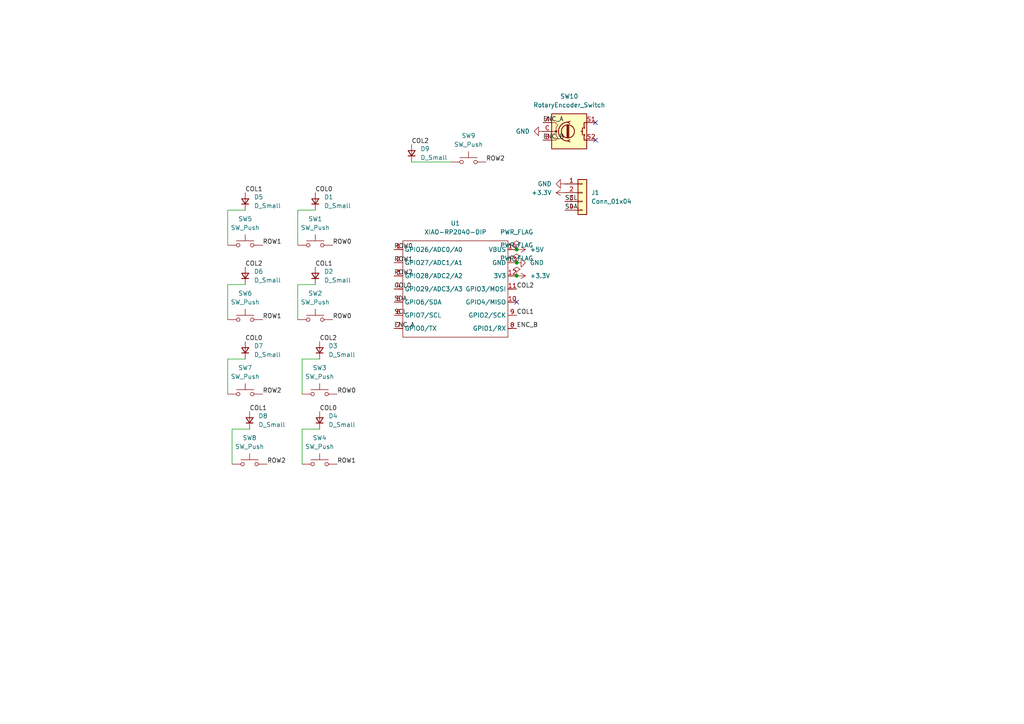
<source format=kicad_sch>
(kicad_sch (version 20250114) (generator "eeschema") (generator_version "9.0")
  (paper "A4")
  (lib_symbols
    (symbol "Connector_Generic:Conn_01x04" (pin_names (offset 1.016) (hide yes))
      (property "Reference" "J" (at 0 5.08 0))
      (property "Value" "Conn_01x04" (at 0 -7.62 0))
      (symbol "Conn_01x04_1_1"
        (rectangle (start -1.27 3.81) (end 1.27 -6.35) (stroke (width 0.254)) (fill (type background)))
        (rectangle (start -1.27 2.667) (end 0 2.413) (stroke (width 0.1524)))
        (rectangle (start -1.27 0.127) (end 0 -0.127) (stroke (width 0.1524)))
        (rectangle (start -1.27 -2.413) (end 0 -2.667) (stroke (width 0.1524)))
        (rectangle (start -1.27 -4.953) (end 0 -5.207) (stroke (width 0.1524)))
        (pin passive line (at -5.08 2.54 0) (length 3.81) (name "Pin_1") (number "1"))
        (pin passive line (at -5.08 0 0) (length 3.81) (name "Pin_2") (number "2"))
        (pin passive line (at -5.08 -2.54 0) (length 3.81) (name "Pin_3") (number "3"))
        (pin passive line (at -5.08 -5.08 0) (length 3.81) (name "Pin_4") (number "4"))
      )
    )
    (symbol "Device:D_Small" (pin_numbers (hide yes)) (pin_names (offset 0.254) (hide yes))
      (property "Reference" "D" (at -1.27 2.032 0))
      (property "Value" "D_Small" (at -3.81 -2.032 0))
      (symbol "D_Small_0_1"
        (polyline (pts (xy -0.762 0) (xy 0.762 0)))
        (polyline (pts (xy -0.762 -1.016) (xy -0.762 1.016)) (stroke (width 0.254)))
        (polyline (pts (xy 0.762 -1.016) (xy -0.762 0) (xy 0.762 1.016) (xy 0.762 -1.016)) (stroke (width 0.254)))
      )
      (symbol "D_Small_1_1"
        (pin passive line (at -2.54 0 0) (length 1.778) (name "K") (number "1"))
        (pin passive line (at 2.54 0 180) (length 1.778) (name "A") (number "2"))
      )
    )
    (symbol "Device:RotaryEncoder_Switch" (pin_names (offset 0.254) (hide yes))
      (property "Reference" "SW" (at 0 6.604 0))
      (property "Value" "RotaryEncoder_Switch" (at 0 -6.604 0))
      (symbol "RotaryEncoder_Switch_0_1"
        (rectangle (start -5.08 5.08) (end 5.08 -5.08) (stroke (width 0.254)) (fill (type background)))
        (polyline (pts (xy -5.08 2.54) (xy -3.81 2.54) (xy -3.81 2.032)))
        (polyline (pts (xy -5.08 0) (xy -3.81 0) (xy -3.81 -1.016) (xy -3.302 -2.032)))
        (polyline (pts (xy -5.08 -2.54) (xy -3.81 -2.54) (xy -3.81 -2.032)))
        (polyline (pts (xy -4.318 0) (xy -3.81 0) (xy -3.81 1.016) (xy -3.302 2.032)))
        (circle (center -3.81 0) (radius 0.254) (fill (type outline)))
        (polyline (pts (xy -0.635 -1.778) (xy -0.635 1.778)) (stroke (width 0.254)))
        (circle (center -0.381 0) (radius 1.905) (stroke (width 0.254)))
        (polyline (pts (xy -0.381 -1.778) (xy -0.381 1.778)) (stroke (width 0.254)))
        (arc (start -0.381 -2.794) (mid -3.0988 -0.0635) (end -0.381 2.667) (stroke (width 0.254)))
        (polyline (pts (xy -0.127 1.778) (xy -0.127 -1.778)) (stroke (width 0.254)))
        (polyline (pts (xy 0.254 2.921) (xy -0.508 2.667) (xy 0.127 2.286)) (stroke (width 0.254)))
        (polyline (pts (xy 0.254 -3.048) (xy -0.508 -2.794) (xy 0.127 -2.413)) (stroke (width 0.254)))
        (polyline (pts (xy 3.81 1.016) (xy 3.81 -1.016)) (stroke (width 0.254)))
        (polyline (pts (xy 3.81 0) (xy 3.429 0)) (stroke (width 0.254)))
        (circle (center 4.318 1.016) (radius 0.127) (stroke (width 0.254)))
        (circle (center 4.318 -1.016) (radius 0.127) (stroke (width 0.254)))
        (polyline (pts (xy 5.08 2.54) (xy 4.318 2.54) (xy 4.318 1.016)) (stroke (width 0.254)))
        (polyline (pts (xy 5.08 -2.54) (xy 4.318 -2.54) (xy 4.318 -1.016)) (stroke (width 0.254)))
      )
      (symbol "RotaryEncoder_Switch_1_1"
        (pin passive line (at -7.62 2.54 0) (length 2.54) (name "A") (number "A"))
        (pin passive line (at -7.62 0 0) (length 2.54) (name "C") (number "C"))
        (pin passive line (at -7.62 -2.54 0) (length 2.54) (name "B") (number "B"))
        (pin passive line (at 7.62 2.54 180) (length 2.54) (name "S1") (number "S1"))
        (pin passive line (at 7.62 -2.54 180) (length 2.54) (name "S2") (number "S2"))
      )
    )
    (symbol "Seeed_Studio_XIAO_Series:XIAO-RP2040-DIP"
      (property "Reference" "U" (at 0 0 0))
      (property "Value" "XIAO-RP2040-DIP" (at 5.334 -1.778 0))
      (symbol "XIAO-RP2040-DIP_1_0"
        (polyline (pts (xy -1.27 -2.54) (xy 29.21 -2.54)) (stroke (width 0.1524)))
        (polyline (pts (xy -1.27 -5.08) (xy -2.54 -5.08)) (stroke (width 0.1524)))
        (polyline (pts (xy -1.27 -5.08) (xy -1.27 -2.54)) (stroke (width 0.1524)))
        (polyline (pts (xy -1.27 -8.89) (xy -2.54 -8.89)) (stroke (width 0.1524)))
        (polyline (pts (xy -1.27 -8.89) (xy -1.27 -5.08)) (stroke (width 0.1524)))
        (polyline (pts (xy -1.27 -12.7) (xy -2.54 -12.7)) (stroke (width 0.1524)))
        (polyline (pts (xy -1.27 -12.7) (xy -1.27 -8.89)) (stroke (width 0.1524)))
        (polyline (pts (xy -1.27 -16.51) (xy -2.54 -16.51)) (stroke (width 0.1524)))
        (polyline (pts (xy -1.27 -16.51) (xy -1.27 -12.7)) (stroke (width 0.1524)))
        (polyline (pts (xy -1.27 -20.32) (xy -2.54 -20.32)) (stroke (width 0.1524)))
        (polyline (pts (xy -1.27 -24.13) (xy -2.54 -24.13)) (stroke (width 0.1524)))
        (polyline (pts (xy -1.27 -27.94) (xy -2.54 -27.94)) (stroke (width 0.1524)))
        (polyline (pts (xy -1.27 -30.48) (xy -1.27 -16.51)) (stroke (width 0.1524)))
        (polyline (pts (xy 29.21 -2.54) (xy 29.21 -5.08)) (stroke (width 0.1524)))
        (polyline (pts (xy 29.21 -5.08) (xy 29.21 -8.89)) (stroke (width 0.1524)))
        (polyline (pts (xy 29.21 -8.89) (xy 29.21 -12.7)) (stroke (width 0.1524)))
        (polyline (pts (xy 29.21 -12.7) (xy 29.21 -30.48)) (stroke (width 0.1524)))
        (polyline (pts (xy 29.21 -30.48) (xy -1.27 -30.48)) (stroke (width 0.1524)))
        (polyline (pts (xy 30.48 -5.08) (xy 29.21 -5.08)) (stroke (width 0.1524)))
        (polyline (pts (xy 30.48 -8.89) (xy 29.21 -8.89)) (stroke (width 0.1524)))
        (polyline (pts (xy 30.48 -12.7) (xy 29.21 -12.7)) (stroke (width 0.1524)))
        (polyline (pts (xy 30.48 -16.51) (xy 29.21 -16.51)) (stroke (width 0.1524)))
        (polyline (pts (xy 30.48 -20.32) (xy 29.21 -20.32)) (stroke (width 0.1524)))
        (polyline (pts (xy 30.48 -24.13) (xy 29.21 -24.13)) (stroke (width 0.1524)))
        (polyline (pts (xy 30.48 -27.94) (xy 29.21 -27.94)) (stroke (width 0.1524)))
        (pin passive line (at -3.81 -5.08 0) (length 2.54) (name "GPIO26/ADC0/A0") (number "1"))
        (pin passive line (at -3.81 -8.89 0) (length 2.54) (name "GPIO27/ADC1/A1") (number "2"))
        (pin passive line (at -3.81 -12.7 0) (length 2.54) (name "GPIO28/ADC2/A2") (number "3"))
        (pin passive line (at -3.81 -16.51 0) (length 2.54) (name "GPIO29/ADC3/A3") (number "4"))
        (pin passive line (at -3.81 -20.32 0) (length 2.54) (name "GPIO6/SDA") (number "5"))
        (pin passive line (at -3.81 -24.13 0) (length 2.54) (name "GPIO7/SCL") (number "6"))
        (pin passive line (at -3.81 -27.94 0) (length 2.54) (name "GPIO0/TX") (number "7"))
        (pin passive line (at 31.75 -5.08 180) (length 2.54) (name "VBUS") (number "14"))
        (pin passive line (at 31.75 -8.89 180) (length 2.54) (name "GND") (number "13"))
        (pin passive line (at 31.75 -12.7 180) (length 2.54) (name "3V3") (number "12"))
        (pin passive line (at 31.75 -16.51 180) (length 2.54) (name "GPIO3/MOSI") (number "11"))
        (pin passive line (at 31.75 -20.32 180) (length 2.54) (name "GPIO4/MISO") (number "10"))
        (pin passive line (at 31.75 -24.13 180) (length 2.54) (name "GPIO2/SCK") (number "9"))
        (pin passive line (at 31.75 -27.94 180) (length 2.54) (name "GPIO1/RX") (number "8"))
      )
    )
    (symbol "Switch:SW_Push" (pin_numbers (hide yes)) (pin_names (offset 1.016) (hide yes))
      (property "Reference" "SW" (at 1.27 2.54 0))
      (property "Value" "SW_Push" (at 0 -1.524 0))
      (symbol "SW_Push_0_1"
        (circle (center -2.032 0) (radius 0.508))
        (polyline (pts (xy 0 1.27) (xy 0 3.048)))
        (circle (center 2.032 0) (radius 0.508))
        (polyline (pts (xy 2.54 1.27) (xy -2.54 1.27)))
        (pin passive line (at -5.08 0 0) (length 2.54) (name "1") (number "1"))
        (pin passive line (at 5.08 0 180) (length 2.54) (name "2") (number "2"))
      )
    )
    (symbol "power:+3.3V" (power) (pin_numbers (hide yes)) (pin_names (offset 0) (hide yes))
      (property "Value" "+3.3V" (at 0 3.556 0))
      (symbol "+3.3V_0_1"
        (polyline (pts (xy -0.762 1.27) (xy 0 2.54)))
        (polyline (pts (xy 0 2.54) (xy 0.762 1.27)))
        (polyline (pts (xy 0 0) (xy 0 2.54)))
      )
      (symbol "+3.3V_1_1"
        (pin power_in line (at 0 0 90) (length 0) (name "~") (number "1"))
      )
    )
    (symbol "power:+5V" (power) (pin_numbers (hide yes)) (pin_names (offset 0) (hide yes))
      (property "Value" "+5V" (at 0 3.556 0))
      (symbol "+5V_0_1"
        (polyline (pts (xy -0.762 1.27) (xy 0 2.54)))
        (polyline (pts (xy 0 2.54) (xy 0.762 1.27)))
        (polyline (pts (xy 0 0) (xy 0 2.54)))
      )
      (symbol "+5V_1_1"
        (pin power_in line (at 0 0 90) (length 0) (name "~") (number "1"))
      )
    )
    (symbol "power:GND" (power) (pin_numbers (hide yes)) (pin_names (offset 0) (hide yes))
      (property "Value" "GND" (at 0 -3.81 0))
      (symbol "GND_0_1"
        (polyline (pts (xy 0 0) (xy 0 -1.27) (xy 1.27 -1.27) (xy 0 -2.54) (xy -1.27 -1.27) (xy 0 -1.27)))
      )
      (symbol "GND_1_1"
        (pin power_in line (at 0 0 270) (length 0) (name "~") (number "1"))
      )
    )
    (symbol "power:PWR_FLAG" (power) (pin_numbers (hide yes)) (pin_names (offset 0) (hide yes))
      (property "Value" "PWR_FLAG" (at 0 3.81 0))
      (symbol "PWR_FLAG_0_0"
        (pin power_out line (at 0 0 90) (length 0) (name "~") (number "1"))
      )
      (symbol "PWR_FLAG_0_1"
        (polyline (pts (xy 0 0) (xy 0 1.27) (xy -1.016 1.905) (xy 0 2.54) (xy 1.016 1.905) (xy 0 1.27)))
      )
    )
  )
  (junction (at 149.86 72.39))
  (junction (at 149.86 80.01))
  (junction (at 149.86 76.2))
  (no_connect (at 172.72 35.56))
  (no_connect (at 149.86 87.63))
  (no_connect (at 172.72 40.64))
  (wire (pts (xy 87.63 124.46) (xy 87.63 134.62)))
  (wire (pts (xy 67.31 124.46) (xy 67.31 134.62)))
  (wire (pts (xy 86.36 82.55) (xy 86.36 92.71)))
  (wire (pts (xy 66.04 104.14) (xy 66.04 114.3)))
  (wire (pts (xy 91.44 60.96) (xy 86.36 60.96)))
  (wire (pts (xy 71.12 60.96) (xy 66.04 60.96)))
  (wire (pts (xy 66.04 82.55) (xy 66.04 92.71)))
  (wire (pts (xy 119.38 46.99) (xy 130.81 46.99)))
  (wire (pts (xy 72.39 124.46) (xy 67.31 124.46)))
  (wire (pts (xy 92.71 104.14) (xy 87.63 104.14)))
  (wire (pts (xy 92.71 124.46) (xy 87.63 124.46)))
  (wire (pts (xy 71.12 82.55) (xy 66.04 82.55)))
  (wire (pts (xy 91.44 82.55) (xy 86.36 82.55)))
  (wire (pts (xy 66.04 60.96) (xy 66.04 71.12)))
  (wire (pts (xy 71.12 104.14) (xy 66.04 104.14)))
  (wire (pts (xy 87.63 104.14) (xy 87.63 114.3)))
  (wire (pts (xy 86.36 60.96) (xy 86.36 71.12)))
  (label "ROW1" (at 97.79 134.62 0))
  (label "COL2" (at 149.86 83.82 0))
  (label "COL0" (at 91.44 55.88 0))
  (label "ENC_B" (at 149.86 95.25 0))
  (label "COL2" (at 92.71 99.06 0))
  (label "COL1" (at 149.86 91.44 0))
  (label "ROW2" (at 140.97 46.99 0))
  (label "COL2" (at 71.12 77.47 0))
  (label "ROW0" (at 97.79 114.3 0))
  (label "ROW1" (at 114.3 76.2 0))
  (label "ROW0" (at 96.52 92.71 0))
  (label "ROW2" (at 114.3 80.01 0))
  (label "COL1" (at 72.39 119.38 0))
  (label "COL1" (at 91.44 77.47 0))
  (label "ROW2" (at 77.47 134.62 0))
  (label "COL0" (at 114.3 83.82 0))
  (label "ROW0" (at 96.52 71.12 0))
  (label "COL0" (at 71.12 99.06 0))
  (label "COL1" (at 71.12 55.88 0))
  (label "SCL" (at 163.83 58.42 0))
  (label "ROW0" (at 114.3 72.39 0))
  (label "COL0" (at 92.71 119.38 0))
  (label "SCL" (at 114.3 91.44 0))
  (label "ROW1" (at 76.2 71.12 0))
  (label "ENC_A" (at 157.48 35.56 0))
  (label "COL2" (at 119.38 41.91 0))
  (label "ROW2" (at 76.2 114.3 0))
  (label "SDA" (at 163.83 60.96 0))
  (label "SDA" (at 114.3 87.63 0))
  (label "ENC_A" (at 114.3 95.25 0))
  (label "ENC_B" (at 157.48 40.64 0))
  (label "ROW1" (at 76.2 92.71 0))
  (symbol (lib_id "Connector_Generic:Conn_01x04") (at 168.91 55.88 0) (unit 1)
    (property "Reference" "J1" (at 171.45 55.8799 0) (effects (justify left)))
    (property "Value" "Conn_01x04" (at 171.45 58.4199 0) (effects (justify left)))
    (property "Footprint" "Connector:FanPinHeader_1x04_P2.54mm_Vertical" (effects (hide yes)))
    (property "Description" "Generic connector, single row, 01x04, script generated (kicad-library-utils/schlib/autogen/connector/)" (effects (hide yes)))
  )
  (symbol (lib_id "power:+3.3V") (at 149.86 80.01 270) (unit 1)
    (property "Reference" "#PWR02" (effects (hide yes)))
    (property "Value" "+3.3V" (at 153.67 80.0099 90) (effects (justify left)))
    (property "Description" "Power symbol creates a global label with name \"+3.3V\"" (effects (hide yes)))
  )
  (symbol (lib_id "power:GND") (at 157.48 38.1 270) (unit 1)
    (property "Reference" "#PWR06" (effects (hide yes)))
    (property "Value" "GND" (at 153.67 38.0999 90) (effects (justify right)))
    (property "Description" "Power symbol creates a global label with name \"GND\" , ground" (effects (hide yes)))
  )
  (symbol (lib_id "Switch:SW_Push") (at 71.12 71.12 0) (unit 1)
    (property "Reference" "SW5" (at 71.12 63.5 0))
    (property "Value" "SW_Push" (at 71.12 66.04 0))
    (property "Footprint" "Button_Switch_Keyboard:SW_Cherry_MX_1.00u_PCB" (effects (hide yes)))
    (property "Description" "Push button switch, generic, two pins" (effects (hide yes)))
  )
  (symbol (lib_id "Switch:SW_Push") (at 71.12 92.71 0) (unit 1)
    (property "Reference" "SW6" (at 71.12 85.09 0))
    (property "Value" "SW_Push" (at 71.12 87.63 0))
    (property "Footprint" "Button_Switch_Keyboard:SW_Cherry_MX_1.00u_PCB" (effects (hide yes)))
    (property "Description" "Push button switch, generic, two pins" (effects (hide yes)))
  )
  (symbol (lib_id "Switch:SW_Push") (at 71.12 114.3 0) (unit 1)
    (property "Reference" "SW7" (at 71.12 106.68 0))
    (property "Value" "SW_Push" (at 71.12 109.22 0))
    (property "Footprint" "Button_Switch_Keyboard:SW_Cherry_MX_1.00u_PCB" (effects (hide yes)))
    (property "Description" "Push button switch, generic, two pins" (effects (hide yes)))
  )
  (symbol (lib_id "power:GND") (at 163.83 53.34 270) (unit 1)
    (property "Reference" "#PWR04" (effects (hide yes)))
    (property "Value" "GND" (at 160.02 53.3399 90) (effects (justify right)))
    (property "Description" "Power symbol creates a global label with name \"GND\" , ground" (effects (hide yes)))
  )
  (symbol (lib_id "power:PWR_FLAG") (at 149.86 76.2 0) (unit 1)
    (property "Reference" "#FLG02" (effects (hide yes)))
    (property "Value" "PWR_FLAG" (at 149.86 71.12 0))
    (property "Description" "Special symbol for telling ERC where power comes from" (effects (hide yes)))
  )
  (symbol (lib_id "Switch:SW_Push") (at 91.44 71.12 0) (unit 1)
    (property "Reference" "SW1" (at 91.44 63.5 0))
    (property "Value" "SW_Push" (at 91.44 66.04 0))
    (property "Footprint" "Button_Switch_Keyboard:SW_Cherry_MX_1.00u_PCB" (effects (hide yes)))
    (property "Description" "Push button switch, generic, two pins" (effects (hide yes)))
  )
  (symbol (lib_id "Device:D_Small") (at 71.12 80.01 90) (unit 1)
    (property "Reference" "D6" (at 73.66 78.7399 90) (effects (justify right)))
    (property "Value" "D_Small" (at 73.66 81.2799 90) (effects (justify right)))
    (property "Footprint" "Diode_SMD:D_SOD-123" (effects (hide yes)))
    (property "Description" "Diode, small symbol" (effects (hide yes)))
    (property "Sim.Device" "D" (effects (hide yes)))
    (property "Sim.Pins" "1=K 2=A" (effects (hide yes)))
  )
  (symbol (lib_id "Seeed_Studio_XIAO_Series:XIAO-RP2040-DIP") (at 118.11 67.31 0) (unit 1)
    (property "Reference" "U1" (at 132.08 64.77 0))
    (property "Value" "XIAO-RP2040-DIP" (at 132.08 67.31 0))
    (property "Footprint" "Seeed Studio XIAO Series Library:XIAO-RP2040-DIP" (effects (hide yes)))
  )
  (symbol (lib_id "Device:D_Small") (at 92.71 101.6 90) (unit 1)
    (property "Reference" "D3" (at 95.25 100.3299 90) (effects (justify right)))
    (property "Value" "D_Small" (at 95.25 102.8699 90) (effects (justify right)))
    (property "Footprint" "Diode_SMD:D_SOD-123" (effects (hide yes)))
    (property "Description" "Diode, small symbol" (effects (hide yes)))
    (property "Sim.Device" "D" (effects (hide yes)))
    (property "Sim.Pins" "1=K 2=A" (effects (hide yes)))
  )
  (symbol (lib_id "Switch:SW_Push") (at 91.44 92.71 0) (unit 1)
    (property "Reference" "SW2" (at 91.44 85.09 0))
    (property "Value" "SW_Push" (at 91.44 87.63 0))
    (property "Footprint" "Button_Switch_Keyboard:SW_Cherry_MX_1.00u_PCB" (effects (hide yes)))
    (property "Description" "Push button switch, generic, two pins" (effects (hide yes)))
  )
  (symbol (lib_id "power:PWR_FLAG") (at 149.86 80.01 0) (unit 1)
    (property "Reference" "#FLG03" (effects (hide yes)))
    (property "Value" "PWR_FLAG" (at 149.86 74.93 0))
    (property "Description" "Special symbol for telling ERC where power comes from" (effects (hide yes)))
  )
  (symbol (lib_id "power:+3.3V") (at 163.83 55.88 90) (unit 1)
    (property "Reference" "#PWR05" (effects (hide yes)))
    (property "Value" "+3.3V" (at 160.02 55.8799 90) (effects (justify left)))
    (property "Description" "Power symbol creates a global label with name \"+3.3V\"" (effects (hide yes)))
  )
  (symbol (lib_id "Device:D_Small") (at 119.38 44.45 90) (unit 1)
    (property "Reference" "D9" (at 121.92 43.1799 90) (effects (justify right)))
    (property "Value" "D_Small" (at 121.92 45.7199 90) (effects (justify right)))
    (property "Footprint" "Diode_SMD:D_SOD-123" (effects (hide yes)))
    (property "Description" "Diode, small symbol" (effects (hide yes)))
    (property "Sim.Device" "D" (effects (hide yes)))
    (property "Sim.Pins" "1=K 2=A" (effects (hide yes)))
  )
  (symbol (lib_id "Device:D_Small") (at 72.39 121.92 90) (unit 1)
    (property "Reference" "D8" (at 74.93 120.6499 90) (effects (justify right)))
    (property "Value" "D_Small" (at 74.93 123.1899 90) (effects (justify right)))
    (property "Footprint" "Diode_SMD:D_SOD-123" (effects (hide yes)))
    (property "Description" "Diode, small symbol" (effects (hide yes)))
    (property "Sim.Device" "D" (effects (hide yes)))
    (property "Sim.Pins" "1=K 2=A" (effects (hide yes)))
  )
  (symbol (lib_id "power:+5V") (at 149.86 72.39 270) (unit 1)
    (property "Reference" "#PWR01" (effects (hide yes)))
    (property "Value" "+5V" (at 153.67 72.3899 90) (effects (justify left)))
    (property "Description" "Power symbol creates a global label with name \"+5V\"" (effects (hide yes)))
  )
  (symbol (lib_id "Switch:SW_Push") (at 135.89 46.99 0) (unit 1) (on_board no)
    (property "Reference" "SW9" (at 135.89 39.37 0))
    (property "Value" "SW_Push" (at 135.89 41.91 0))
    (property "Description" "Push button switch, generic, two pins" (effects (hide yes)))
  )
  (symbol (lib_id "Device:D_Small") (at 91.44 80.01 90) (unit 1)
    (property "Reference" "D2" (at 93.98 78.7399 90) (effects (justify right)))
    (property "Value" "D_Small" (at 93.98 81.2799 90) (effects (justify right)))
    (property "Footprint" "Diode_SMD:D_SOD-123" (effects (hide yes)))
    (property "Description" "Diode, small symbol" (effects (hide yes)))
    (property "Sim.Device" "D" (effects (hide yes)))
    (property "Sim.Pins" "1=K 2=A" (effects (hide yes)))
  )
  (symbol (lib_id "Device:D_Small") (at 92.71 121.92 90) (unit 1)
    (property "Reference" "D4" (at 95.25 120.6499 90) (effects (justify right)))
    (property "Value" "D_Small" (at 95.25 123.1899 90) (effects (justify right)))
    (property "Footprint" "Diode_SMD:D_SOD-123" (effects (hide yes)))
    (property "Description" "Diode, small symbol" (effects (hide yes)))
    (property "Sim.Device" "D" (effects (hide yes)))
    (property "Sim.Pins" "1=K 2=A" (effects (hide yes)))
  )
  (symbol (lib_id "Device:D_Small") (at 71.12 58.42 90) (unit 1)
    (property "Reference" "D5" (at 73.66 57.1499 90) (effects (justify right)))
    (property "Value" "D_Small" (at 73.66 59.6899 90) (effects (justify right)))
    (property "Footprint" "Diode_SMD:D_SOD-123" (effects (hide yes)))
    (property "Description" "Diode, small symbol" (effects (hide yes)))
    (property "Sim.Device" "D" (effects (hide yes)))
    (property "Sim.Pins" "1=K 2=A" (effects (hide yes)))
  )
  (symbol (lib_id "Device:D_Small") (at 91.44 58.42 90) (unit 1)
    (property "Reference" "D1" (at 93.98 57.1499 90) (effects (justify right)))
    (property "Value" "D_Small" (at 93.98 59.6899 90) (effects (justify right)))
    (property "Footprint" "Diode_SMD:D_SOD-123" (effects (hide yes)))
    (property "Description" "Diode, small symbol" (effects (hide yes)))
    (property "Sim.Device" "D" (effects (hide yes)))
    (property "Sim.Pins" "1=K 2=A" (effects (hide yes)))
  )
  (symbol (lib_id "power:PWR_FLAG") (at 149.86 72.39 0) (unit 1)
    (property "Reference" "#FLG01" (effects (hide yes)))
    (property "Value" "PWR_FLAG" (at 149.86 67.31 0))
    (property "Description" "Special symbol for telling ERC where power comes from" (effects (hide yes)))
  )
  (symbol (lib_id "Switch:SW_Push") (at 72.39 134.62 0) (unit 1)
    (property "Reference" "SW8" (at 72.39 127 0))
    (property "Value" "SW_Push" (at 72.39 129.54 0))
    (property "Footprint" "Button_Switch_Keyboard:SW_Cherry_MX_1.00u_PCB" (effects (hide yes)))
    (property "Description" "Push button switch, generic, two pins" (effects (hide yes)))
  )
  (symbol (lib_id "Switch:SW_Push") (at 92.71 114.3 0) (unit 1)
    (property "Reference" "SW3" (at 92.71 106.68 0))
    (property "Value" "SW_Push" (at 92.71 109.22 0))
    (property "Footprint" "Button_Switch_Keyboard:SW_Cherry_MX_1.00u_PCB" (effects (hide yes)))
    (property "Description" "Push button switch, generic, two pins" (effects (hide yes)))
  )
  (symbol (lib_id "Device:RotaryEncoder_Switch") (at 165.1 38.1 0) (unit 1)
    (property "Reference" "SW10" (at 165.1 27.94 0))
    (property "Value" "RotaryEncoder_Switch" (at 165.1 30.48 0))
    (property "Footprint" "Rotary_Encoder:RotaryEncoder_Alps_EC11E-Switch_Vertical_H20mm" (effects (hide yes)))
    (property "Description" "Rotary encoder, dual channel, incremental quadrate outputs, with switch" (effects (hide yes)))
  )
  (symbol (lib_id "Switch:SW_Push") (at 92.71 134.62 0) (unit 1)
    (property "Reference" "SW4" (at 92.71 127 0))
    (property "Value" "SW_Push" (at 92.71 129.54 0))
    (property "Footprint" "Button_Switch_Keyboard:SW_Cherry_MX_1.00u_PCB" (effects (hide yes)))
    (property "Description" "Push button switch, generic, two pins" (effects (hide yes)))
  )
  (symbol (lib_id "Device:D_Small") (at 71.12 101.6 90) (unit 1)
    (property "Reference" "D7" (at 73.66 100.3299 90) (effects (justify right)))
    (property "Value" "D_Small" (at 73.66 102.8699 90) (effects (justify right)))
    (property "Footprint" "Diode_SMD:D_SOD-123" (effects (hide yes)))
    (property "Description" "Diode, small symbol" (effects (hide yes)))
    (property "Sim.Device" "D" (effects (hide yes)))
    (property "Sim.Pins" "1=K 2=A" (effects (hide yes)))
  )
  (symbol (lib_id "power:GND") (at 149.86 76.2 90) (unit 1)
    (property "Reference" "#PWR03" (effects (hide yes)))
    (property "Value" "GND" (at 153.67 76.1999 90) (effects (justify right)))
    (property "Description" "Power symbol creates a global label with name \"GND\" , ground" (effects (hide yes)))
  )
)
</source>
